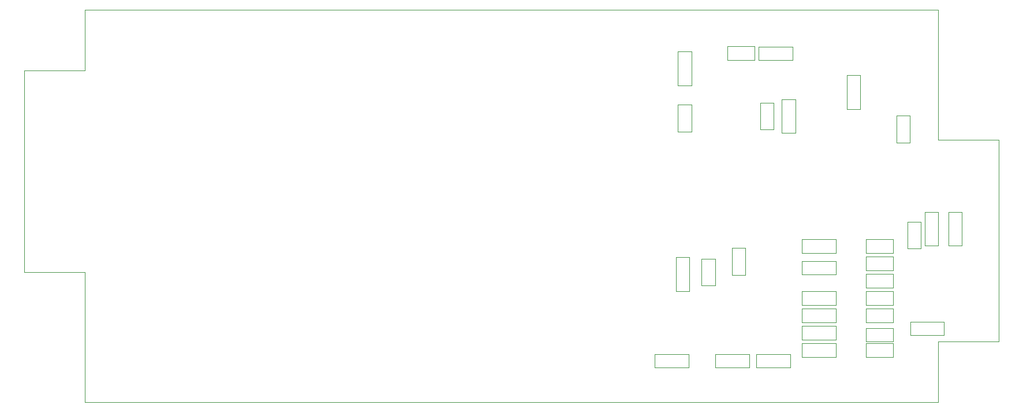
<source format=gm1>
%FSLAX44Y44*%
%MOMM*%
G71*
G01*
G75*
G04 Layer_Color=16711935*
%ADD10R,1.6002X1.8034*%
%ADD11R,1.8034X1.6002*%
%ADD12R,1.3208X1.5240*%
%ADD13R,1.5240X1.3208*%
%ADD14R,2.5400X1.2700*%
%ADD15C,0.4064*%
%ADD16C,0.2540*%
%ADD17C,0.3048*%
%ADD18C,0.0508*%
G04:AMPARAMS|DCode=19|XSize=1.9812mm|YSize=1.9812mm|CornerRadius=0mm|HoleSize=0mm|Usage=FLASHONLY|Rotation=180.000|XOffset=0mm|YOffset=0mm|HoleType=Round|Shape=Octagon|*
%AMOCTAGOND19*
4,1,8,-0.9906,0.4953,-0.9906,-0.4953,-0.4953,-0.9906,0.4953,-0.9906,0.9906,-0.4953,0.9906,0.4953,0.4953,0.9906,-0.4953,0.9906,-0.9906,0.4953,0.0*
%
%ADD19OCTAGOND19*%

%ADD20C,1.2700*%
G04:AMPARAMS|DCode=21|XSize=1.27mm|YSize=1.27mm|CornerRadius=0mm|HoleSize=0mm|Usage=FLASHONLY|Rotation=180.000|XOffset=0mm|YOffset=0mm|HoleType=Round|Shape=Octagon|*
%AMOCTAGOND21*
4,1,8,-0.6350,0.3175,-0.6350,-0.3175,-0.3175,-0.6350,0.3175,-0.6350,0.6350,-0.3175,0.6350,0.3175,0.3175,0.6350,-0.3175,0.6350,-0.6350,0.3175,0.0*
%
%ADD21OCTAGOND21*%

%ADD22O,3.6576X1.8288*%
G04:AMPARAMS|DCode=23|XSize=1.0668mm|YSize=1.0668mm|CornerRadius=0mm|HoleSize=0mm|Usage=FLASHONLY|Rotation=90.000|XOffset=0mm|YOffset=0mm|HoleType=Round|Shape=Octagon|*
%AMOCTAGOND23*
4,1,8,0.2667,0.5334,-0.2667,0.5334,-0.5334,0.2667,-0.5334,-0.2667,-0.2667,-0.5334,0.2667,-0.5334,0.5334,-0.2667,0.5334,0.2667,0.2667,0.5334,0.0*
%
%ADD23OCTAGOND23*%

%ADD24O,3.0480X1.5240*%
%ADD25O,2.7432X1.3716*%
%ADD26O,1.3716X2.7432*%
%ADD27O,1.5240X0.7620*%
%ADD28O,0.7620X1.5240*%
G04:AMPARAMS|DCode=29|XSize=1.524mm|YSize=1.524mm|CornerRadius=0mm|HoleSize=0mm|Usage=FLASHONLY|Rotation=270.000|XOffset=0mm|YOffset=0mm|HoleType=Round|Shape=Octagon|*
%AMOCTAGOND29*
4,1,8,-0.3810,-0.7620,0.3810,-0.7620,0.7620,-0.3810,0.7620,0.3810,0.3810,0.7620,-0.3810,0.7620,-0.7620,0.3810,-0.7620,-0.3810,-0.3810,-0.7620,0.0*
%
%ADD29OCTAGOND29*%

%ADD30O,2.4384X1.2192*%
%ADD31O,1.7780X3.5560*%
%ADD32R,1.8288X1.8288*%
G04:AMPARAMS|DCode=33|XSize=1.2192mm|YSize=1.2192mm|CornerRadius=0mm|HoleSize=0mm|Usage=FLASHONLY|Rotation=0.000|XOffset=0mm|YOffset=0mm|HoleType=Round|Shape=Octagon|*
%AMOCTAGOND33*
4,1,8,0.6096,-0.3048,0.6096,0.3048,0.3048,0.6096,-0.3048,0.6096,-0.6096,0.3048,-0.6096,-0.3048,-0.3048,-0.6096,0.3048,-0.6096,0.6096,-0.3048,0.0*
%
%ADD33OCTAGOND33*%

G04:AMPARAMS|DCode=34|XSize=1.524mm|YSize=1.524mm|CornerRadius=0mm|HoleSize=0mm|Usage=FLASHONLY|Rotation=180.000|XOffset=0mm|YOffset=0mm|HoleType=Round|Shape=Octagon|*
%AMOCTAGOND34*
4,1,8,-0.7620,0.3810,-0.7620,-0.3810,-0.3810,-0.7620,0.3810,-0.7620,0.7620,-0.3810,0.7620,0.3810,0.3810,0.7620,-0.3810,0.7620,-0.7620,0.3810,0.0*
%
%ADD34OCTAGOND34*%

G04:AMPARAMS|DCode=35|XSize=1.6002mm|YSize=1.6002mm|CornerRadius=0mm|HoleSize=0mm|Usage=FLASHONLY|Rotation=0.000|XOffset=0mm|YOffset=0mm|HoleType=Round|Shape=Octagon|*
%AMOCTAGOND35*
4,1,8,0.8001,-0.4001,0.8001,0.4001,0.4001,0.8001,-0.4001,0.8001,-0.8001,0.4001,-0.8001,-0.4001,-0.4001,-0.8001,0.4001,-0.8001,0.8001,-0.4001,0.0*
%
%ADD35OCTAGOND35*%

%ADD36R,1.2192X1.2192*%
G04:AMPARAMS|DCode=37|XSize=1.3716mm|YSize=1.3716mm|CornerRadius=0mm|HoleSize=0mm|Usage=FLASHONLY|Rotation=90.000|XOffset=0mm|YOffset=0mm|HoleType=Round|Shape=Octagon|*
%AMOCTAGOND37*
4,1,8,0.3429,0.6858,-0.3429,0.6858,-0.6858,0.3429,-0.6858,-0.3429,-0.3429,-0.6858,0.3429,-0.6858,0.6858,-0.3429,0.6858,0.3429,0.3429,0.6858,0.0*
%
%ADD37OCTAGOND37*%

G04:AMPARAMS|DCode=38|XSize=1.3716mm|YSize=1.3716mm|CornerRadius=0mm|HoleSize=0mm|Usage=FLASHONLY|Rotation=180.000|XOffset=0mm|YOffset=0mm|HoleType=Round|Shape=Octagon|*
%AMOCTAGOND38*
4,1,8,-0.6858,0.3429,-0.6858,-0.3429,-0.3429,-0.6858,0.3429,-0.6858,0.6858,-0.3429,0.6858,0.3429,0.3429,0.6858,-0.3429,0.6858,-0.6858,0.3429,0.0*
%
%ADD38OCTAGOND38*%

%ADD39C,4.5212*%
%ADD40C,0.9096*%
%ADD41C,1.0160*%
%ADD42C,0.1524*%
%ADD43C,0.1270*%
%ADD44C,0.0000*%
%ADD45R,0.2540X2.5400*%
%ADD46R,0.3810X0.5080*%
%ADD47R,1.7502X1.9534*%
%ADD48R,1.9534X1.7502*%
%ADD49R,1.4708X1.6740*%
%ADD50R,1.6740X1.4708*%
%ADD51R,2.6900X1.4200*%
G04:AMPARAMS|DCode=52|XSize=2.1312mm|YSize=2.1312mm|CornerRadius=0mm|HoleSize=0mm|Usage=FLASHONLY|Rotation=180.000|XOffset=0mm|YOffset=0mm|HoleType=Round|Shape=Octagon|*
%AMOCTAGOND52*
4,1,8,-1.0656,0.5328,-1.0656,-0.5328,-0.5328,-1.0656,0.5328,-1.0656,1.0656,-0.5328,1.0656,0.5328,0.5328,1.0656,-0.5328,1.0656,-1.0656,0.5328,0.0*
%
%ADD52OCTAGOND52*%

%ADD53C,1.4200*%
G04:AMPARAMS|DCode=54|XSize=1.42mm|YSize=1.42mm|CornerRadius=0mm|HoleSize=0mm|Usage=FLASHONLY|Rotation=180.000|XOffset=0mm|YOffset=0mm|HoleType=Round|Shape=Octagon|*
%AMOCTAGOND54*
4,1,8,-0.7100,0.3550,-0.7100,-0.3550,-0.3550,-0.7100,0.3550,-0.7100,0.7100,-0.3550,0.7100,0.3550,0.3550,0.7100,-0.3550,0.7100,-0.7100,0.3550,0.0*
%
%ADD54OCTAGOND54*%

%ADD55O,3.8076X1.9788*%
G04:AMPARAMS|DCode=56|XSize=1.2168mm|YSize=1.2168mm|CornerRadius=0mm|HoleSize=0mm|Usage=FLASHONLY|Rotation=90.000|XOffset=0mm|YOffset=0mm|HoleType=Round|Shape=Octagon|*
%AMOCTAGOND56*
4,1,8,0.3042,0.6084,-0.3042,0.6084,-0.6084,0.3042,-0.6084,-0.3042,-0.3042,-0.6084,0.3042,-0.6084,0.6084,-0.3042,0.6084,0.3042,0.3042,0.6084,0.0*
%
%ADD56OCTAGOND56*%

%ADD57O,3.1980X1.6740*%
%ADD58O,2.8932X1.5216*%
%ADD59O,1.5216X2.8932*%
%ADD60O,1.6740X0.9120*%
%ADD61O,0.9120X1.6740*%
G04:AMPARAMS|DCode=62|XSize=1.674mm|YSize=1.674mm|CornerRadius=0mm|HoleSize=0mm|Usage=FLASHONLY|Rotation=270.000|XOffset=0mm|YOffset=0mm|HoleType=Round|Shape=Octagon|*
%AMOCTAGOND62*
4,1,8,-0.4185,-0.8370,0.4185,-0.8370,0.8370,-0.4185,0.8370,0.4185,0.4185,0.8370,-0.4185,0.8370,-0.8370,0.4185,-0.8370,-0.4185,-0.4185,-0.8370,0.0*
%
%ADD62OCTAGOND62*%

%ADD63O,2.5884X1.3692*%
%ADD64O,1.9280X3.7060*%
%ADD65R,1.9788X1.9788*%
G04:AMPARAMS|DCode=66|XSize=1.3692mm|YSize=1.3692mm|CornerRadius=0mm|HoleSize=0mm|Usage=FLASHONLY|Rotation=0.000|XOffset=0mm|YOffset=0mm|HoleType=Round|Shape=Octagon|*
%AMOCTAGOND66*
4,1,8,0.6846,-0.3423,0.6846,0.3423,0.3423,0.6846,-0.3423,0.6846,-0.6846,0.3423,-0.6846,-0.3423,-0.3423,-0.6846,0.3423,-0.6846,0.6846,-0.3423,0.0*
%
%ADD66OCTAGOND66*%

G04:AMPARAMS|DCode=67|XSize=1.674mm|YSize=1.674mm|CornerRadius=0mm|HoleSize=0mm|Usage=FLASHONLY|Rotation=180.000|XOffset=0mm|YOffset=0mm|HoleType=Round|Shape=Octagon|*
%AMOCTAGOND67*
4,1,8,-0.8370,0.4185,-0.8370,-0.4185,-0.4185,-0.8370,0.4185,-0.8370,0.8370,-0.4185,0.8370,0.4185,0.4185,0.8370,-0.4185,0.8370,-0.8370,0.4185,0.0*
%
%ADD67OCTAGOND67*%

G04:AMPARAMS|DCode=68|XSize=1.7502mm|YSize=1.7502mm|CornerRadius=0mm|HoleSize=0mm|Usage=FLASHONLY|Rotation=0.000|XOffset=0mm|YOffset=0mm|HoleType=Round|Shape=Octagon|*
%AMOCTAGOND68*
4,1,8,0.8751,-0.4375,0.8751,0.4375,0.4375,0.8751,-0.4375,0.8751,-0.8751,0.4375,-0.8751,-0.4375,-0.4375,-0.8751,0.4375,-0.8751,0.8751,-0.4375,0.0*
%
%ADD68OCTAGOND68*%

%ADD69R,1.3692X1.3692*%
G04:AMPARAMS|DCode=70|XSize=1.5216mm|YSize=1.5216mm|CornerRadius=0mm|HoleSize=0mm|Usage=FLASHONLY|Rotation=90.000|XOffset=0mm|YOffset=0mm|HoleType=Round|Shape=Octagon|*
%AMOCTAGOND70*
4,1,8,0.3804,0.7608,-0.3804,0.7608,-0.7608,0.3804,-0.7608,-0.3804,-0.3804,-0.7608,0.3804,-0.7608,0.7608,-0.3804,0.7608,0.3804,0.3804,0.7608,0.0*
%
%ADD70OCTAGOND70*%

G04:AMPARAMS|DCode=71|XSize=1.5216mm|YSize=1.5216mm|CornerRadius=0mm|HoleSize=0mm|Usage=FLASHONLY|Rotation=180.000|XOffset=0mm|YOffset=0mm|HoleType=Round|Shape=Octagon|*
%AMOCTAGOND71*
4,1,8,-0.7608,0.3804,-0.7608,-0.3804,-0.3804,-0.7608,0.3804,-0.7608,0.7608,-0.3804,0.7608,0.3804,0.3804,0.7608,-0.3804,0.7608,-0.7608,0.3804,0.0*
%
%ADD71OCTAGOND71*%

%ADD72C,4.6712*%
%ADD73C,1.0596*%
D18*
X1380582Y755396D02*
Y775132D01*
X1330960D02*
X1380582D01*
X1330960Y755396D02*
Y775132D01*
Y755396D02*
X1380582D01*
X1212596Y718220D02*
X1232332D01*
Y767842D01*
X1212596D02*
X1232332D01*
X1212596Y718220D02*
Y767842D01*
X1394622Y472770D02*
Y492506D01*
Y472770D02*
X1444244D01*
Y492506D01*
X1394622D02*
X1444244D01*
X1528064Y472770D02*
Y492506D01*
X1488522Y472770D02*
Y492506D01*
Y472770D02*
X1528064D01*
X1488522Y492506D02*
X1528064D01*
X1209370Y466182D02*
X1229106D01*
X1209370Y416560D02*
Y466182D01*
Y416560D02*
X1229106D01*
Y466182D01*
X1228182Y304546D02*
Y324282D01*
X1178560D02*
X1228182D01*
X1178560Y304546D02*
Y324282D01*
Y304546D02*
X1228182D01*
X1394622Y441020D02*
Y460756D01*
Y441020D02*
X1444244D01*
Y460756D01*
X1394622D02*
X1444244D01*
X1394622Y396570D02*
Y416306D01*
Y396570D02*
X1444244D01*
Y416306D01*
X1394622D02*
X1444244D01*
X1394622Y371170D02*
Y390906D01*
Y371170D02*
X1444244D01*
Y390906D01*
X1394622D02*
X1444244D01*
X1394622Y345770D02*
Y365506D01*
Y345770D02*
X1444244D01*
Y365506D01*
X1394622D02*
X1444244D01*
X1394622Y320370D02*
Y340106D01*
Y320370D02*
X1444244D01*
Y340106D01*
X1394622D02*
X1444244D01*
X1528064Y342722D02*
Y362458D01*
X1488522Y342722D02*
Y362458D01*
Y342722D02*
X1528064D01*
X1488522Y362458D02*
X1528064D01*
Y371170D02*
Y390906D01*
X1488522Y371170D02*
Y390906D01*
Y371170D02*
X1528064D01*
X1488522Y390906D02*
X1528064D01*
Y396570D02*
Y416306D01*
X1488522Y396570D02*
Y416306D01*
Y396570D02*
X1528064D01*
X1488522Y416306D02*
X1528064D01*
Y320370D02*
Y340106D01*
X1488522Y320370D02*
Y340106D01*
Y320370D02*
X1528064D01*
X1488522Y340106D02*
X1528064D01*
X1364996Y648370D02*
X1384732D01*
Y697992D01*
X1364996D02*
X1384732D01*
X1364996Y648370D02*
Y697992D01*
X1377280Y304546D02*
Y324282D01*
X1327658D02*
X1377280D01*
X1327658Y304546D02*
Y324282D01*
Y304546D02*
X1377280D01*
X1317082D02*
Y324282D01*
X1267460D02*
X1317082D01*
X1267460Y304546D02*
Y324282D01*
Y304546D02*
X1317082D01*
X1609344Y483270D02*
X1629080D01*
Y532892D01*
X1609344D02*
X1629080D01*
X1609344Y483270D02*
Y532892D01*
X1574622Y532730D02*
X1594358D01*
X1574622Y483108D02*
Y532730D01*
Y483108D02*
X1594358D01*
Y532730D01*
X1602832Y352044D02*
Y371780D01*
X1553210D02*
X1602832D01*
X1553210Y352044D02*
Y371780D01*
Y352044D02*
X1602832D01*
X1528064Y447370D02*
Y467106D01*
X1488522Y447370D02*
Y467106D01*
Y447370D02*
X1528064D01*
X1488522Y467106D02*
X1528064D01*
X1324864Y755472D02*
Y775208D01*
X1285322Y755472D02*
Y775208D01*
Y755472D02*
X1324864D01*
X1285322Y775208D02*
X1324864D01*
X1488440Y421894D02*
Y441630D01*
X1527982Y421894D02*
Y441630D01*
X1488440D02*
X1527982D01*
X1488440Y421894D02*
X1527982D01*
X1549146Y518414D02*
X1568882D01*
X1549146Y478872D02*
X1568882D01*
Y518414D01*
X1549146Y478872D02*
Y518414D01*
X1212596Y689864D02*
X1232332D01*
X1212596Y650322D02*
X1232332D01*
Y689864D01*
X1212596Y650322D02*
Y689864D01*
X1333246Y692912D02*
X1352982D01*
X1333246Y653370D02*
X1352982D01*
Y692912D01*
X1333246Y653370D02*
Y692912D01*
X1291920Y440690D02*
X1311656D01*
X1291920Y480232D02*
X1311656D01*
X1291920Y440690D02*
Y480232D01*
X1311656Y440690D02*
Y480232D01*
X1247394Y464312D02*
X1267130D01*
X1247394Y424770D02*
X1267130D01*
Y464312D01*
X1247394Y424770D02*
Y464312D01*
X1460246Y732882D02*
X1479982D01*
Y683260D02*
Y732882D01*
X1460246Y683260D02*
X1479982D01*
X1460246D02*
Y732882D01*
X1533144Y634238D02*
X1552880D01*
X1533144Y673780D02*
X1552880D01*
Y634238D02*
Y673780D01*
X1533144Y634238D02*
Y673780D01*
D44*
X1682750Y342900D02*
Y638302D01*
X1593850D02*
X1682750D01*
X1593850Y342900D02*
X1682750D01*
X1593850Y638302D02*
Y828802D01*
Y254000D02*
Y342900D01*
X342900Y828802D02*
X1593850D01*
X254000Y739902D02*
X342900D01*
Y828802D01*
X254000Y444500D02*
X342900D01*
Y254000D02*
Y444500D01*
X254000D02*
Y739902D01*
X342900Y254000D02*
X1593850D01*
M02*

</source>
